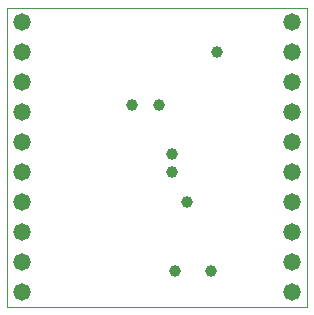
<source format=gbs>
G75*
G70*
%OFA0B0*%
%FSLAX24Y24*%
%IPPOS*%
%LPD*%
%AMOC8*
5,1,8,0,0,1.08239X$1,22.5*
%
%ADD10C,0.0000*%
%ADD11C,0.0580*%
%ADD12C,0.0390*%
D10*
X000150Y000150D02*
X000150Y010146D01*
X010120Y010146D01*
X010120Y000150D01*
X000150Y000150D01*
D11*
X000650Y000650D03*
X000650Y001650D03*
X000650Y002650D03*
X000650Y003650D03*
X000650Y004650D03*
X000650Y005650D03*
X000650Y006650D03*
X000650Y007650D03*
X000650Y008650D03*
X000650Y009650D03*
X009650Y009650D03*
X009650Y008650D03*
X009650Y007650D03*
X009650Y006650D03*
X009650Y005650D03*
X009650Y004650D03*
X009650Y003650D03*
X009650Y002650D03*
X009650Y001650D03*
X009650Y000650D03*
D12*
X006950Y001350D03*
X005750Y001350D03*
X006150Y003650D03*
X005650Y004650D03*
X005650Y005250D03*
X005200Y006900D03*
X004300Y006900D03*
X007150Y008650D03*
M02*

</source>
